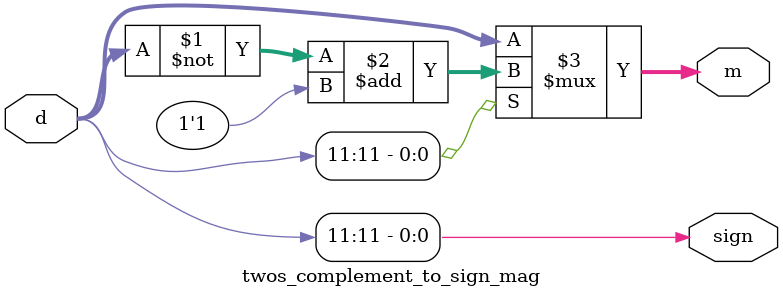
<source format=v>
`timescale 1ns / 1ps

module twos_complement_to_sign_mag(
    input wire [11:0] d,
    output wire [11:0] m,
    output wire sign
);

    assign sign = d[11];
    assign m = sign ? (~d + 1'b1) : d;

endmodule
</source>
